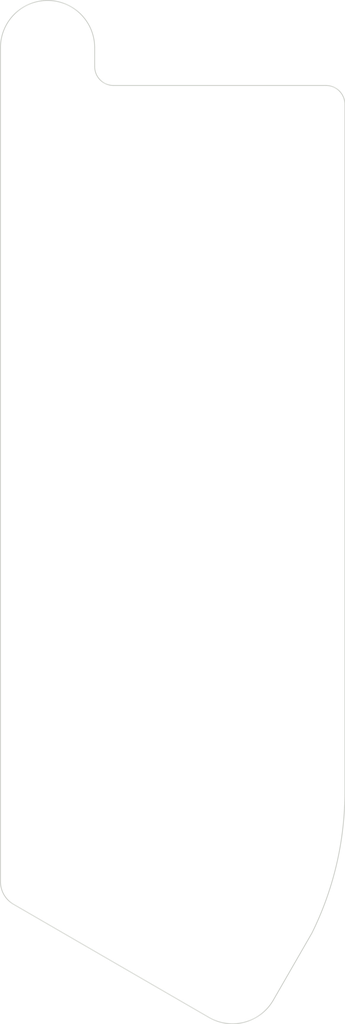
<source format=kicad_pcb>
(kicad_pcb (version 20211014) (generator pcbnew)
  (title_block (title "One Fell Swoop") (date "2021-11-27") (rev "0.3") (company "jmnw"))
  (layers (0 "F.Cu" signal) (31 "B.Cu" signal) (34 "B.Paste" user) (35 "F.Paste" user) (36 "B.SilkS" user "B.Silkscreen") (37 "F.SilkS" user "F.Silkscreen") (38 "B.Mask" user) (39 "F.Mask" user) (44 "Edge.Cuts" user))
  (net 0 "")
  (footprint "jmnw:M2_hole_2.3mm" (layer "F.Cu") (at 156.068168 79.871776)
    (fp_text reference "Ref**" hide)
    (fp_text value "Val**" hide)
    (pad "" np_thru_hole circle locked (at 0 0) (size 2.3 2.3) (drill 2.3) (layers *.Cu *.Mask))
  )
  (footprint "jmnw:M2_hole_2.3mm" (layer "F.Cu") (at 165.884619 129.04088)
    (fp_text reference "Ref**" hide)
    (fp_text value "Val**" hide)
    (pad "" np_thru_hole circle locked (at 0 0) (size 2.3 2.3) (drill 2.3) (layers *.Cu *.Mask))
  )
  (gr_line (start 159.568275 81.871667) (end 170.849214 81.871494) (layer "Edge.Cuts") (width 0.05))
  (gr_line (start 171.849217 82.87149) (end 171.84911 119.412056) (layer "Edge.Cuts") (width 0.05))
  (gr_arc (start 156.06811 77.371599) (mid 157.835919 78.103881) (end 158.568099 79.871733) (layer "Edge.Cuts") (width 0.05))
  (gr_arc (start 168.05025 130.290667) (mid 166.532164 131.455465) (end 164.635077 131.205654) (layer "Edge.Cuts") (width 0.05))
  (gr_arc (start 153.567977 79.871588) (mid 154.300279 78.1038) (end 156.06811 77.371599) (layer "Edge.Cuts") (width 0.05))
  (gr_line (start 158.568099 79.871733) (end 158.568272 80.871671) (layer "Edge.Cuts") (width 0.05))
  (gr_arc (start 170.849214 81.871494) (mid 171.55632 82.164386) (end 171.849217 82.87149) (layer "Edge.Cuts") (width 0.05))
  (gr_line (start 164.635077 131.205654) (end 154.261143 125.216527) (layer "Edge.Cuts") (width 0.05))
  (gr_arc (start 154.261143 125.216527) (mid 153.753963 124.709347) (end 153.568323 124.016527) (layer "Edge.Cuts") (width 0.05))
  (gr_arc (start 159.568275 81.871667) (mid 158.861168 81.578776) (end 158.568272 80.871671) (layer "Edge.Cuts") (width 0.05))
  (gr_arc (start 171.84911 119.412056) (mid 171.392023 123.173404) (end 170.102417 126.736209) (layer "Edge.Cuts") (width 0.05))
  (gr_line (start 168.05025 130.290667) (end 170.102417 126.736209) (layer "Edge.Cuts") (width 0.05))
  (gr_line (start 153.567977 79.871588) (end 153.568323 124.016527) (layer "Edge.Cuts") (width 0.05))
)
</source>
